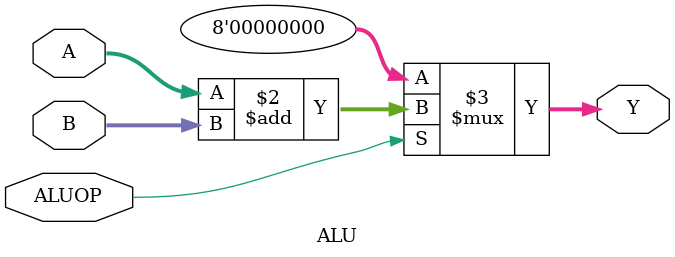
<source format=v>
`timescale 1ns / 1ps
module ALU(
    input [7:0] A,
    input [7:0] B,
    input ALUOP,
    output [7:0] Y
    );
	 
	assign Y = (ALUOP == 1) ? A + B : 8'b00000000;

endmodule

</source>
